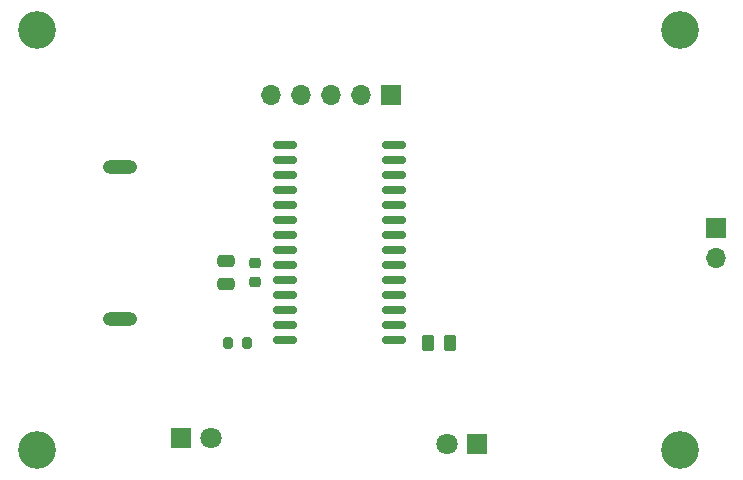
<source format=gbr>
%TF.GenerationSoftware,KiCad,Pcbnew,9.0.3*%
%TF.CreationDate,2025-07-28T01:45:31+03:00*%
%TF.ProjectId,Charger USB,43686172-6765-4722-9055-53422e6b6963,rev?*%
%TF.SameCoordinates,Original*%
%TF.FileFunction,Soldermask,Bot*%
%TF.FilePolarity,Negative*%
%FSLAX46Y46*%
G04 Gerber Fmt 4.6, Leading zero omitted, Abs format (unit mm)*
G04 Created by KiCad (PCBNEW 9.0.3) date 2025-07-28 01:45:31*
%MOMM*%
%LPD*%
G01*
G04 APERTURE LIST*
G04 Aperture macros list*
%AMRoundRect*
0 Rectangle with rounded corners*
0 $1 Rounding radius*
0 $2 $3 $4 $5 $6 $7 $8 $9 X,Y pos of 4 corners*
0 Add a 4 corners polygon primitive as box body*
4,1,4,$2,$3,$4,$5,$6,$7,$8,$9,$2,$3,0*
0 Add four circle primitives for the rounded corners*
1,1,$1+$1,$2,$3*
1,1,$1+$1,$4,$5*
1,1,$1+$1,$6,$7*
1,1,$1+$1,$8,$9*
0 Add four rect primitives between the rounded corners*
20,1,$1+$1,$2,$3,$4,$5,0*
20,1,$1+$1,$4,$5,$6,$7,0*
20,1,$1+$1,$6,$7,$8,$9,0*
20,1,$1+$1,$8,$9,$2,$3,0*%
G04 Aperture macros list end*
%ADD10R,1.700000X1.700000*%
%ADD11O,1.700000X1.700000*%
%ADD12R,1.800000X1.800000*%
%ADD13C,1.800000*%
%ADD14C,3.200000*%
%ADD15O,2.900000X1.200000*%
%ADD16RoundRect,0.150000X0.875000X0.150000X-0.875000X0.150000X-0.875000X-0.150000X0.875000X-0.150000X0*%
%ADD17RoundRect,0.200000X-0.200000X-0.275000X0.200000X-0.275000X0.200000X0.275000X-0.200000X0.275000X0*%
%ADD18RoundRect,0.250000X-0.475000X0.250000X-0.475000X-0.250000X0.475000X-0.250000X0.475000X0.250000X0*%
%ADD19RoundRect,0.250000X-0.262500X-0.450000X0.262500X-0.450000X0.262500X0.450000X-0.262500X0.450000X0*%
%ADD20RoundRect,0.225000X-0.250000X0.225000X-0.250000X-0.225000X0.250000X-0.225000X0.250000X0.225000X0*%
G04 APERTURE END LIST*
D10*
%TO.C,J2*%
X137000000Y-90725000D03*
D11*
X137000000Y-93265000D03*
%TD*%
D12*
%TO.C,LED2*%
X116775000Y-109000000D03*
D13*
X114235000Y-109000000D03*
%TD*%
D14*
%TO.C,REF\u002A\u002A*%
X79500000Y-74000000D03*
%TD*%
%TO.C,REF\u002A\u002A*%
X134000000Y-109500000D03*
%TD*%
D15*
%TO.C,J1*%
X86540000Y-85600000D03*
X86540000Y-98400000D03*
%TD*%
D14*
%TO.C,REF\u002A\u002A*%
X134000000Y-74000000D03*
%TD*%
D12*
%TO.C,LED1*%
X91725000Y-108500000D03*
D13*
X94265000Y-108500000D03*
%TD*%
D14*
%TO.C,REF\u002A\u002A*%
X79500000Y-109500000D03*
%TD*%
D16*
%TO.C,U1*%
X109800000Y-83690000D03*
X109800000Y-84960000D03*
X109800000Y-86230000D03*
X109800000Y-87500000D03*
X109800000Y-88770000D03*
X109800000Y-90040000D03*
X109800000Y-91310000D03*
X109800000Y-92580000D03*
X109800000Y-93850000D03*
X109800000Y-95120000D03*
X109800000Y-96390000D03*
X109800000Y-97660000D03*
X109800000Y-98930000D03*
X109800000Y-100200000D03*
X100500000Y-100200000D03*
X100500000Y-98930000D03*
X100500000Y-97660000D03*
X100500000Y-96390000D03*
X100500000Y-95120000D03*
X100500000Y-93850000D03*
X100500000Y-92580000D03*
X100500000Y-91310000D03*
X100500000Y-90040000D03*
X100500000Y-88770000D03*
X100500000Y-87500000D03*
X100500000Y-86230000D03*
X100500000Y-84960000D03*
X100500000Y-83690000D03*
%TD*%
D17*
%TO.C,R6*%
X95675000Y-100500000D03*
X97325000Y-100500000D03*
%TD*%
D18*
%TO.C,C1*%
X95500000Y-93550000D03*
X95500000Y-95450000D03*
%TD*%
D19*
%TO.C,R5*%
X112675000Y-100500000D03*
X114500000Y-100500000D03*
%TD*%
D10*
%TO.C,J3*%
X109540000Y-79500000D03*
D11*
X107000000Y-79500000D03*
X104460000Y-79500000D03*
X101920000Y-79500000D03*
X99380000Y-79500000D03*
%TD*%
D20*
%TO.C,C2*%
X98000000Y-93725000D03*
X98000000Y-95275000D03*
%TD*%
M02*

</source>
